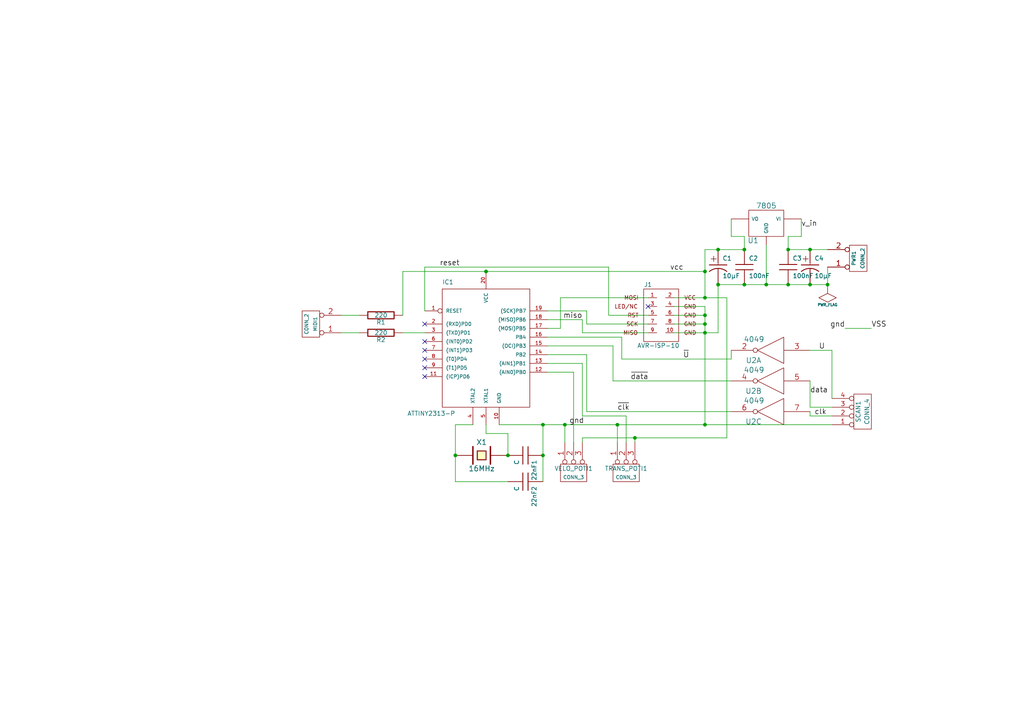
<source format=kicad_sch>
(kicad_sch (version 20250114) (generator "eeschema") (generator_version "9.0")
  (paper "A4")
  (title_block (date "30 sep 2011"))
  (lib_symbols
    (symbol "4049_1" (pin_names (offset 0.762))
      (property "Reference" "U" (at 4.953 2.921 0))
      (property "Value" "4049" (at 4.826 -3.175 0))
      (symbol "4049_1_0_0"
        (polyline (pts (xy -3.81 3.81) (xy -3.81 -3.81) (xy 3.81 0) (xy -3.81 3.81)))
        (pin power_in line (at -1.27 2.54 270) (length 0) (hide yes) (name "VCC") (number "1"))
        (pin power_in line (at -1.27 -2.54 90) (length 0) (hide yes) (name "VSS") (number "8"))
      )
      (symbol "4049_1_1_1"
        (pin input line (at -11.43 0 0) (length 7.62) (name "~") (number "3"))
        (pin output inverted (at 11.43 0 180) (length 7.62) (name "~") (number "2"))
      )
      (symbol "4049_1_1_2"
        (pin input inverted (at -11.43 0 0) (length 7.62) (name "~") (number "3"))
        (pin output line (at 11.43 0 180) (length 7.62) (name "~") (number "2"))
      )
      (symbol "4049_1_2_1"
        (pin input line (at -11.43 0 0) (length 7.62) (name "~") (number "5"))
        (pin output inverted (at 11.43 0 180) (length 7.62) (name "~") (number "4"))
      )
      (symbol "4049_1_2_2"
        (pin input inverted (at -11.43 0 0) (length 7.62) (name "~") (number "5"))
        (pin output line (at 11.43 0 180) (length 7.62) (name "~") (number "4"))
      )
      (symbol "4049_1_3_1"
        (pin input line (at -11.43 0 0) (length 7.62) (name "~") (number "7"))
        (pin output inverted (at 11.43 0 180) (length 7.62) (name "~") (number "6"))
      )
      (symbol "4049_1_3_2"
        (pin input inverted (at -11.43 0 0) (length 7.62) (name "~") (number "7"))
        (pin output line (at 11.43 0 180) (length 7.62) (name "~") (number "6"))
      )
      (symbol "4049_1_4_1"
        (pin input line (at -11.43 0 0) (length 7.62) (name "~") (number "9"))
        (pin output inverted (at 11.43 0 180) (length 7.62) (name "~") (number "10"))
      )
      (symbol "4049_1_4_2"
        (pin input inverted (at -11.43 0 0) (length 7.62) (name "~") (number "9"))
        (pin output line (at 11.43 0 180) (length 7.62) (name "~") (number "10"))
      )
      (symbol "4049_1_5_1"
        (pin input line (at -11.43 0 0) (length 7.62) (name "~") (number "11"))
        (pin output inverted (at 11.43 0 180) (length 7.62) (name "~") (number "12"))
      )
      (symbol "4049_1_5_2"
        (pin input inverted (at -11.43 0 0) (length 7.62) (name "~") (number "11"))
        (pin output line (at 11.43 0 180) (length 7.62) (name "~") (number "12"))
      )
      (symbol "4049_1_6_1"
        (pin input line (at -11.43 0 0) (length 7.62) (name "~") (number "14"))
        (pin output inverted (at 11.43 0 180) (length 7.62) (name "~") (number "15"))
      )
      (symbol "4049_1_6_2"
        (pin input inverted (at -11.43 0 0) (length 7.62) (name "~") (number "14"))
        (pin output line (at 11.43 0 180) (length 7.62) (name "~") (number "15"))
      )
    )
    (symbol "4049_2" (pin_names (offset 0.762))
      (property "Reference" "U" (at 4.953 2.921 0))
      (property "Value" "4049" (at 4.826 -3.175 0))
      (symbol "4049_2_0_0"
        (polyline (pts (xy -3.81 3.81) (xy -3.81 -3.81) (xy 3.81 0) (xy -3.81 3.81)))
        (pin power_in line (at -1.27 2.54 270) (length 0) (hide yes) (name "VCC") (number "1"))
        (pin power_in line (at -1.27 -2.54 90) (length 0) (hide yes) (name "VSS") (number "8"))
      )
      (symbol "4049_2_1_1"
        (pin input line (at -11.43 0 0) (length 7.62) (name "~") (number "3"))
        (pin output inverted (at 11.43 0 180) (length 7.62) (name "~") (number "2"))
      )
      (symbol "4049_2_1_2"
        (pin input inverted (at -11.43 0 0) (length 7.62) (name "~") (number "3"))
        (pin output line (at 11.43 0 180) (length 7.62) (name "~") (number "2"))
      )
      (symbol "4049_2_2_1"
        (pin input line (at -11.43 0 0) (length 7.62) (name "~") (number "5"))
        (pin output inverted (at 11.43 0 180) (length 7.62) (name "~") (number "4"))
      )
      (symbol "4049_2_2_2"
        (pin input inverted (at -11.43 0 0) (length 7.62) (name "~") (number "5"))
        (pin output line (at 11.43 0 180) (length 7.62) (name "~") (number "4"))
      )
      (symbol "4049_2_3_1"
        (pin input line (at -11.43 0 0) (length 7.62) (name "~") (number "7"))
        (pin output inverted (at 11.43 0 180) (length 7.62) (name "~") (number "6"))
      )
      (symbol "4049_2_3_2"
        (pin input inverted (at -11.43 0 0) (length 7.62) (name "~") (number "7"))
        (pin output line (at 11.43 0 180) (length 7.62) (name "~") (number "6"))
      )
      (symbol "4049_2_4_1"
        (pin input line (at -11.43 0 0) (length 7.62) (name "~") (number "9"))
        (pin output inverted (at 11.43 0 180) (length 7.62) (name "~") (number "10"))
      )
      (symbol "4049_2_4_2"
        (pin input inverted (at -11.43 0 0) (length 7.62) (name "~") (number "9"))
        (pin output line (at 11.43 0 180) (length 7.62) (name "~") (number "10"))
      )
      (symbol "4049_2_5_1"
        (pin input line (at -11.43 0 0) (length 7.62) (name "~") (number "11"))
        (pin output inverted (at 11.43 0 180) (length 7.62) (name "~") (number "12"))
      )
      (symbol "4049_2_5_2"
        (pin input inverted (at -11.43 0 0) (length 7.62) (name "~") (number "11"))
        (pin output line (at 11.43 0 180) (length 7.62) (name "~") (number "12"))
      )
      (symbol "4049_2_6_1"
        (pin input line (at -11.43 0 0) (length 7.62) (name "~") (number "14"))
        (pin output inverted (at 11.43 0 180) (length 7.62) (name "~") (number "15"))
      )
      (symbol "4049_2_6_2"
        (pin input inverted (at -11.43 0 0) (length 7.62) (name "~") (number "14"))
        (pin output line (at 11.43 0 180) (length 7.62) (name "~") (number "15"))
      )
    )
    (symbol "4049_3" (pin_names (offset 0.762))
      (property "Reference" "U" (at 4.953 2.921 0))
      (property "Value" "4049" (at 4.826 -3.175 0))
      (symbol "4049_3_0_0"
        (polyline (pts (xy -3.81 3.81) (xy -3.81 -3.81) (xy 3.81 0) (xy -3.81 3.81)))
        (pin power_in line (at -1.27 2.54 270) (length 0) (hide yes) (name "VCC") (number "1"))
        (pin power_in line (at -1.27 -2.54 90) (length 0) (hide yes) (name "VSS") (number "8"))
      )
      (symbol "4049_3_1_1"
        (pin input line (at -11.43 0 0) (length 7.62) (name "~") (number "3"))
        (pin output inverted (at 11.43 0 180) (length 7.62) (name "~") (number "2"))
      )
      (symbol "4049_3_1_2"
        (pin input inverted (at -11.43 0 0) (length 7.62) (name "~") (number "3"))
        (pin output line (at 11.43 0 180) (length 7.62) (name "~") (number "2"))
      )
      (symbol "4049_3_2_1"
        (pin input line (at -11.43 0 0) (length 7.62) (name "~") (number "5"))
        (pin output inverted (at 11.43 0 180) (length 7.62) (name "~") (number "4"))
      )
      (symbol "4049_3_2_2"
        (pin input inverted (at -11.43 0 0) (length 7.62) (name "~") (number "5"))
        (pin output line (at 11.43 0 180) (length 7.62) (name "~") (number "4"))
      )
      (symbol "4049_3_3_1"
        (pin input line (at -11.43 0 0) (length 7.62) (name "~") (number "7"))
        (pin output inverted (at 11.43 0 180) (length 7.62) (name "~") (number "6"))
      )
      (symbol "4049_3_3_2"
        (pin input inverted (at -11.43 0 0) (length 7.62) (name "~") (number "7"))
        (pin output line (at 11.43 0 180) (length 7.62) (name "~") (number "6"))
      )
      (symbol "4049_3_4_1"
        (pin input line (at -11.43 0 0) (length 7.62) (name "~") (number "9"))
        (pin output inverted (at 11.43 0 180) (length 7.62) (name "~") (number "10"))
      )
      (symbol "4049_3_4_2"
        (pin input inverted (at -11.43 0 0) (length 7.62) (name "~") (number "9"))
        (pin output line (at 11.43 0 180) (length 7.62) (name "~") (number "10"))
      )
      (symbol "4049_3_5_1"
        (pin input line (at -11.43 0 0) (length 7.62) (name "~") (number "11"))
        (pin output inverted (at 11.43 0 180) (length 7.62) (name "~") (number "12"))
      )
      (symbol "4049_3_5_2"
        (pin input inverted (at -11.43 0 0) (length 7.62) (name "~") (number "11"))
        (pin output line (at 11.43 0 180) (length 7.62) (name "~") (number "12"))
      )
      (symbol "4049_3_6_1"
        (pin input line (at -11.43 0 0) (length 7.62) (name "~") (number "14"))
        (pin output inverted (at 11.43 0 180) (length 7.62) (name "~") (number "15"))
      )
      (symbol "4049_3_6_2"
        (pin input inverted (at -11.43 0 0) (length 7.62) (name "~") (number "14"))
        (pin output line (at 11.43 0 180) (length 7.62) (name "~") (number "15"))
      )
    )
    (symbol "4049_4" (pin_names (offset 0.762))
      (property "Reference" "U" (at 4.953 2.921 0))
      (property "Value" "4049" (at 4.826 -3.175 0))
      (symbol "4049_4_0_0"
        (polyline (pts (xy -3.81 3.81) (xy -3.81 -3.81) (xy 3.81 0) (xy -3.81 3.81)))
        (pin power_in line (at -1.27 2.54 270) (length 0) (hide yes) (name "VCC") (number "1"))
        (pin power_in line (at -1.27 -2.54 90) (length 0) (hide yes) (name "VSS") (number "8"))
      )
      (symbol "4049_4_1_1"
        (pin input line (at -11.43 0 0) (length 7.62) (name "~") (number "3"))
        (pin output inverted (at 11.43 0 180) (length 7.62) (name "~") (number "2"))
      )
      (symbol "4049_4_1_2"
        (pin input inverted (at -11.43 0 0) (length 7.62) (name "~") (number "3"))
        (pin output line (at 11.43 0 180) (length 7.62) (name "~") (number "2"))
      )
      (symbol "4049_4_2_1"
        (pin input line (at -11.43 0 0) (length 7.62) (name "~") (number "5"))
        (pin output inverted (at 11.43 0 180) (length 7.62) (name "~") (number "4"))
      )
      (symbol "4049_4_2_2"
        (pin input inverted (at -11.43 0 0) (length 7.62) (name "~") (number "5"))
        (pin output line (at 11.43 0 180) (length 7.62) (name "~") (number "4"))
      )
      (symbol "4049_4_3_1"
        (pin input line (at -11.43 0 0) (length 7.62) (name "~") (number "7"))
        (pin output inverted (at 11.43 0 180) (length 7.62) (name "~") (number "6"))
      )
      (symbol "4049_4_3_2"
        (pin input inverted (at -11.43 0 0) (length 7.62) (name "~") (number "7"))
        (pin output line (at 11.43 0 180) (length 7.62) (name "~") (number "6"))
      )
      (symbol "4049_4_4_1"
        (pin input line (at -11.43 0 0) (length 7.62) (name "~") (number "9"))
        (pin output inverted (at 11.43 0 180) (length 7.62) (name "~") (number "10"))
      )
      (symbol "4049_4_4_2"
        (pin input inverted (at -11.43 0 0) (length 7.62) (name "~") (number "9"))
        (pin output line (at 11.43 0 180) (length 7.62) (name "~") (number "10"))
      )
      (symbol "4049_4_5_1"
        (pin input line (at -11.43 0 0) (length 7.62) (name "~") (number "11"))
        (pin output inverted (at 11.43 0 180) (length 7.62) (name "~") (number "12"))
      )
      (symbol "4049_4_5_2"
        (pin input inverted (at -11.43 0 0) (length 7.62) (name "~") (number "11"))
        (pin output line (at 11.43 0 180) (length 7.62) (name "~") (number "12"))
      )
      (symbol "4049_4_6_1"
        (pin input line (at -11.43 0 0) (length 7.62) (name "~") (number "14"))
        (pin output inverted (at 11.43 0 180) (length 7.62) (name "~") (number "15"))
      )
      (symbol "4049_4_6_2"
        (pin input inverted (at -11.43 0 0) (length 7.62) (name "~") (number "14"))
        (pin output line (at 11.43 0 180) (length 7.62) (name "~") (number "15"))
      )
    )
    (symbol "4049_5" (pin_names (offset 0.762))
      (property "Reference" "U" (at 4.953 2.921 0))
      (property "Value" "4049" (at 4.826 -3.175 0))
      (symbol "4049_5_0_0"
        (polyline (pts (xy -3.81 3.81) (xy -3.81 -3.81) (xy 3.81 0) (xy -3.81 3.81)))
        (pin power_in line (at -1.27 2.54 270) (length 0) (hide yes) (name "VCC") (number "1"))
        (pin power_in line (at -1.27 -2.54 90) (length 0) (hide yes) (name "VSS") (number "8"))
      )
      (symbol "4049_5_1_1"
        (pin input line (at -11.43 0 0) (length 7.62) (name "~") (number "3"))
        (pin output inverted (at 11.43 0 180) (length 7.62) (name "~") (number "2"))
      )
      (symbol "4049_5_1_2"
        (pin input inverted (at -11.43 0 0) (length 7.62) (name "~") (number "3"))
        (pin output line (at 11.43 0 180) (length 7.62) (name "~") (number "2"))
      )
      (symbol "4049_5_2_1"
        (pin input line (at -11.43 0 0) (length 7.62) (name "~") (number "5"))
        (pin output inverted (at 11.43 0 180) (length 7.62) (name "~") (number "4"))
      )
      (symbol "4049_5_2_2"
        (pin input inverted (at -11.43 0 0) (length 7.62) (name "~") (number "5"))
        (pin output line (at 11.43 0 180) (length 7.62) (name "~") (number "4"))
      )
      (symbol "4049_5_3_1"
        (pin input line (at -11.43 0 0) (length 7.62) (name "~") (number "7"))
        (pin output inverted (at 11.43 0 180) (length 7.62) (name "~") (number "6"))
      )
      (symbol "4049_5_3_2"
        (pin input inverted (at -11.43 0 0) (length 7.62) (name "~") (number "7"))
        (pin output line (at 11.43 0 180) (length 7.62) (name "~") (number "6"))
      )
      (symbol "4049_5_4_1"
        (pin input line (at -11.43 0 0) (length 7.62) (name "~") (number "9"))
        (pin output inverted (at 11.43 0 180) (length 7.62) (name "~") (number "10"))
      )
      (symbol "4049_5_4_2"
        (pin input inverted (at -11.43 0 0) (length 7.62) (name "~") (number "9"))
        (pin output line (at 11.43 0 180) (length 7.62) (name "~") (number "10"))
      )
      (symbol "4049_5_5_1"
        (pin input line (at -11.43 0 0) (length 7.62) (name "~") (number "11"))
        (pin output inverted (at 11.43 0 180) (length 7.62) (name "~") (number "12"))
      )
      (symbol "4049_5_5_2"
        (pin input inverted (at -11.43 0 0) (length 7.62) (name "~") (number "11"))
        (pin output line (at 11.43 0 180) (length 7.62) (name "~") (number "12"))
      )
      (symbol "4049_5_6_1"
        (pin input line (at -11.43 0 0) (length 7.62) (name "~") (number "14"))
        (pin output inverted (at 11.43 0 180) (length 7.62) (name "~") (number "15"))
      )
      (symbol "4049_5_6_2"
        (pin input inverted (at -11.43 0 0) (length 7.62) (name "~") (number "14"))
        (pin output line (at 11.43 0 180) (length 7.62) (name "~") (number "15"))
      )
    )
    (symbol "4049_6" (pin_names (offset 0.762))
      (property "Reference" "U" (at 4.953 2.921 0))
      (property "Value" "4049" (at 4.826 -3.175 0))
      (symbol "4049_6_0_0"
        (polyline (pts (xy -3.81 3.81) (xy -3.81 -3.81) (xy 3.81 0) (xy -3.81 3.81)))
        (pin power_in line (at -1.27 2.54 270) (length 0) (hide yes) (name "VCC") (number "1"))
        (pin power_in line (at -1.27 -2.54 90) (length 0) (hide yes) (name "VSS") (number "8"))
      )
      (symbol "4049_6_1_1"
        (pin input line (at -11.43 0 0) (length 7.62) (name "~") (number "3"))
        (pin output inverted (at 11.43 0 180) (length 7.62) (name "~") (number "2"))
      )
      (symbol "4049_6_1_2"
        (pin input inverted (at -11.43 0 0) (length 7.62) (name "~") (number "3"))
        (pin output line (at 11.43 0 180) (length 7.62) (name "~") (number "2"))
      )
      (symbol "4049_6_2_1"
        (pin input line (at -11.43 0 0) (length 7.62) (name "~") (number "5"))
        (pin output inverted (at 11.43 0 180) (length 7.62) (name "~") (number "4"))
      )
      (symbol "4049_6_2_2"
        (pin input inverted (at -11.43 0 0) (length 7.62) (name "~") (number "5"))
        (pin output line (at 11.43 0 180) (length 7.62) (name "~") (number "4"))
      )
      (symbol "4049_6_3_1"
        (pin input line (at -11.43 0 0) (length 7.62) (name "~") (number "7"))
        (pin output inverted (at 11.43 0 180) (length 7.62) (name "~") (number "6"))
      )
      (symbol "4049_6_3_2"
        (pin input inverted (at -11.43 0 0) (length 7.62) (name "~") (number "7"))
        (pin output line (at 11.43 0 180) (length 7.62) (name "~") (number "6"))
      )
      (symbol "4049_6_4_1"
        (pin input line (at -11.43 0 0) (length 7.62) (name "~") (number "9"))
        (pin output inverted (at 11.43 0 180) (length 7.62) (name "~") (number "10"))
      )
      (symbol "4049_6_4_2"
        (pin input inverted (at -11.43 0 0) (length 7.62) (name "~") (number "9"))
        (pin output line (at 11.43 0 180) (length 7.62) (name "~") (number "10"))
      )
      (symbol "4049_6_5_1"
        (pin input line (at -11.43 0 0) (length 7.62) (name "~") (number "11"))
        (pin output inverted (at 11.43 0 180) (length 7.62) (name "~") (number "12"))
      )
      (symbol "4049_6_5_2"
        (pin input inverted (at -11.43 0 0) (length 7.62) (name "~") (number "11"))
        (pin output line (at 11.43 0 180) (length 7.62) (name "~") (number "12"))
      )
      (symbol "4049_6_6_1"
        (pin input line (at -11.43 0 0) (length 7.62) (name "~") (number "14"))
        (pin output inverted (at 11.43 0 180) (length 7.62) (name "~") (number "15"))
      )
      (symbol "4049_6_6_2"
        (pin input inverted (at -11.43 0 0) (length 7.62) (name "~") (number "14"))
        (pin output line (at 11.43 0 180) (length 7.62) (name "~") (number "15"))
      )
    )
    (symbol "7805_1" (pin_numbers (hide yes)) (pin_names (offset 0.762))
      (property "Reference" "U" (at 3.81 -4.9784 0))
      (property "Value" "7805" (at 0 5.08 0))
      (symbol "7805_1_0_1"
        (rectangle (start -5.08 -3.81) (end 5.08 3.81))
      )
      (symbol "7805_1_1_1"
        (pin input line (at -10.16 1.27 0) (length 5.08) (name "VI") (number "VI"))
        (pin input line (at 0 -6.35 90) (length 2.54) (name "GND") (number "GND"))
        (pin power_out line (at 10.16 1.27 180) (length 5.08) (name "VO") (number "VO"))
      )
    )
    (symbol "7805_2" (pin_numbers (hide yes)) (pin_names (offset 0.762))
      (property "Reference" "U" (at 3.81 -4.9784 0))
      (property "Value" "7805" (at 0 5.08 0))
      (symbol "7805_2_0_1"
        (rectangle (start -5.08 -3.81) (end 5.08 3.81))
      )
      (symbol "7805_2_1_1"
        (pin input line (at -10.16 1.27 0) (length 5.08) (name "VI") (number "VI"))
        (pin input line (at 0 -6.35 90) (length 2.54) (name "GND") (number "GND"))
        (pin power_out line (at 10.16 1.27 180) (length 5.08) (name "VO") (number "VO"))
      )
    )
    (symbol "ATTINY2313-P_1" (pin_names (offset 1.016))
      (property "Reference" "IC" (at -12.7 27.94 0))
      (property "Value" "ATTINY2313-P" (at -22.86 -10.16 0))
      (symbol "ATTINY2313-P_1_0_1"
        (polyline (pts (xy -12.7 26.67) (xy 12.7 26.67) (xy 12.7 26.67)))
        (polyline (pts (xy -12.7 26.67) (xy -12.7 -7.62) (xy 12.7 -7.62) (xy 12.7 26.67) (xy 12.7 26.67) (xy 12.7 26.67)))
      )
      (symbol "ATTINY2313-P_1_1_1"
        (pin bidirectional inverted (at -17.78 20.32 0) (length 5.08) (name "RESET") (number "1"))
        (pin bidirectional line (at -17.78 16.51 0) (length 5.08) (name "(RXD)PD0") (number "2"))
        (pin bidirectional line (at -17.78 13.97 0) (length 5.08) (name "(TXD)PD1") (number "3"))
        (pin bidirectional line (at -17.78 11.43 0) (length 5.08) (name "(INT0)PD2") (number "6"))
        (pin bidirectional line (at -17.78 8.89 0) (length 5.08) (name "(INT1)PD3") (number "7"))
        (pin bidirectional line (at -17.78 6.35 0) (length 5.08) (name "(T0)PD4") (number "8"))
        (pin bidirectional line (at -17.78 3.81 0) (length 5.08) (name "(T1)PD5") (number "9"))
        (pin bidirectional line (at -17.78 1.27 0) (length 5.08) (name "(ICP)PD6") (number "11"))
        (pin bidirectional line (at -3.81 -12.7 90) (length 5.08) (name "XTAL2") (number "4"))
        (pin power_in line (at 0 31.75 270) (length 5.08) (name "VCC") (number "20"))
        (pin bidirectional line (at 0 -12.7 90) (length 5.08) (name "XTAL1") (number "5"))
        (pin power_in line (at 3.81 -12.7 90) (length 5.08) (name "GND") (number "10"))
        (pin bidirectional line (at 17.78 20.32 180) (length 5.08) (name "(SCK)PB7") (number "19"))
        (pin bidirectional line (at 17.78 17.78 180) (length 5.08) (name "(MISO)PB6") (number "18"))
        (pin bidirectional line (at 17.78 15.24 180) (length 5.08) (name "(MOSI)PB5") (number "17"))
        (pin bidirectional line (at 17.78 12.7 180) (length 5.08) (name "PB4") (number "16"))
        (pin bidirectional line (at 17.78 10.16 180) (length 5.08) (name "(OCI)PB3") (number "15"))
        (pin bidirectional line (at 17.78 7.62 180) (length 5.08) (name "PB2") (number "14"))
        (pin bidirectional line (at 17.78 5.08 180) (length 5.08) (name "(AIN1)PB1") (number "13"))
        (pin bidirectional line (at 17.78 2.54 180) (length 5.08) (name "(AIN0)PB0") (number "12"))
      )
    )
    (symbol "ATTINY2313-P_2" (pin_names (offset 1.016))
      (property "Reference" "IC" (at -12.7 27.94 0))
      (property "Value" "ATTINY2313-P" (at -22.86 -10.16 0))
      (symbol "ATTINY2313-P_2_0_1"
        (polyline (pts (xy -12.7 26.67) (xy 12.7 26.67) (xy 12.7 26.67)))
        (polyline (pts (xy -12.7 26.67) (xy -12.7 -7.62) (xy 12.7 -7.62) (xy 12.7 26.67) (xy 12.7 26.67) (xy 12.7 26.67)))
      )
      (symbol "ATTINY2313-P_2_1_1"
        (pin bidirectional inverted (at -17.78 20.32 0) (length 5.08) (name "RESET") (number "1"))
        (pin bidirectional line (at -17.78 16.51 0) (length 5.08) (name "(RXD)PD0") (number "2"))
        (pin bidirectional line (at -17.78 13.97 0) (length 5.08) (name "(TXD)PD1") (number "3"))
        (pin bidirectional line (at -17.78 11.43 0) (length 5.08) (name "(INT0)PD2") (number "6"))
        (pin bidirectional line (at -17.78 8.89 0) (length 5.08) (name "(INT1)PD3") (number "7"))
        (pin bidirectional line (at -17.78 6.35 0) (length 5.08) (name "(T0)PD4") (number "8"))
        (pin bidirectional line (at -17.78 3.81 0) (length 5.08) (name "(T1)PD5") (number "9"))
        (pin bidirectional line (at -17.78 1.27 0) (length 5.08) (name "(ICP)PD6") (number "11"))
        (pin bidirectional line (at -3.81 -12.7 90) (length 5.08) (name "XTAL2") (number "4"))
        (pin power_in line (at 0 31.75 270) (length 5.08) (name "VCC") (number "20"))
        (pin bidirectional line (at 0 -12.7 90) (length 5.08) (name "XTAL1") (number "5"))
        (pin power_in line (at 3.81 -12.7 90) (length 5.08) (name "GND") (number "10"))
        (pin bidirectional line (at 17.78 20.32 180) (length 5.08) (name "(SCK)PB7") (number "19"))
        (pin bidirectional line (at 17.78 17.78 180) (length 5.08) (name "(MISO)PB6") (number "18"))
        (pin bidirectional line (at 17.78 15.24 180) (length 5.08) (name "(MOSI)PB5") (number "17"))
        (pin bidirectional line (at 17.78 12.7 180) (length 5.08) (name "PB4") (number "16"))
        (pin bidirectional line (at 17.78 10.16 180) (length 5.08) (name "(OCI)PB3") (number "15"))
        (pin bidirectional line (at 17.78 7.62 180) (length 5.08) (name "PB2") (number "14"))
        (pin bidirectional line (at 17.78 5.08 180) (length 5.08) (name "(AIN1)PB1") (number "13"))
        (pin bidirectional line (at 17.78 2.54 180) (length 5.08) (name "(AIN0)PB0") (number "12"))
      )
    )
    (symbol "AVR-ISP-10_1" (pin_names (offset 1.016))
      (property "Reference" "J" (at -3.81 8.89 0))
      (property "Value" "AVR-ISP-10" (at -6.985 -9.525 0))
      (symbol "AVR-ISP-10_1_0_0"
        (text "SCK" (at -8.382 -2.54 0) (effects (font (size 1.143 1.143))))
        (text "VCC" (at 8.382 5.08 0) (effects (font (size 1.143 1.143))))
      )
      (symbol "AVR-ISP-10_1_0_1"
        (rectangle (start -5.08 7.62) (end 5.08 -7.62))
      )
      (symbol "AVR-ISP-10_1_1_0"
        (text "LED/NC" (at -10.16 2.54 0) (effects (font (size 1.143 1.143))))
        (text "MISO" (at -8.89 -5.08 0) (effects (font (size 1.143 1.143))))
        (text "MOSI" (at -8.636 5.08 0) (effects (font (size 1.143 1.143))))
        (text "RST" (at -8.128 0 0) (effects (font (size 1.143 1.143))))
        (text "GND" (at 8.382 2.54 0) (effects (font (size 1.143 1.143))))
        (text "GND" (at 8.382 0 0) (effects (font (size 1.143 1.143))))
        (text "GND" (at 8.382 -2.54 0) (effects (font (size 1.143 1.143))))
        (text "GND" (at 8.382 -5.08 0) (effects (font (size 1.143 1.143))))
      )
      (symbol "AVR-ISP-10_1_1_1"
        (pin passive line (at -3.81 5.08 0) (length 2.54) (name "~") (number "1"))
        (pin passive line (at -3.81 2.54 0) (length 2.54) (name "~") (number "3"))
        (pin passive line (at -3.81 0 0) (length 2.54) (name "~") (number "5"))
        (pin passive line (at -3.81 -2.54 0) (length 2.54) (name "~") (number "7"))
        (pin passive line (at -3.81 -5.08 0) (length 2.54) (name "~") (number "9"))
        (pin passive line (at 3.81 5.08 180) (length 2.54) (name "~") (number "2"))
        (pin passive line (at 3.81 2.54 180) (length 2.54) (name "~") (number "4"))
        (pin passive line (at 3.81 0 180) (length 2.54) (name "~") (number "6"))
        (pin passive line (at 3.81 -2.54 180) (length 2.54) (name "~") (number "8"))
        (pin passive line (at 3.81 -5.08 180) (length 2.54) (name "~") (number "10"))
      )
    )
    (symbol "AVR-ISP-10_2" (pin_names (offset 1.016))
      (property "Reference" "J" (at -3.81 8.89 0))
      (property "Value" "AVR-ISP-10" (at -6.985 -9.525 0))
      (symbol "AVR-ISP-10_2_0_0"
        (text "SCK" (at -8.382 -2.54 0) (effects (font (size 1.143 1.143))))
        (text "VCC" (at 8.382 5.08 0) (effects (font (size 1.143 1.143))))
      )
      (symbol "AVR-ISP-10_2_0_1"
        (rectangle (start -5.08 7.62) (end 5.08 -7.62))
      )
      (symbol "AVR-ISP-10_2_1_0"
        (text "LED/NC" (at -10.16 2.54 0) (effects (font (size 1.143 1.143))))
        (text "MISO" (at -8.89 -5.08 0) (effects (font (size 1.143 1.143))))
        (text "MOSI" (at -8.636 5.08 0) (effects (font (size 1.143 1.143))))
        (text "RST" (at -8.128 0 0) (effects (font (size 1.143 1.143))))
        (text "GND" (at 8.382 2.54 0) (effects (font (size 1.143 1.143))))
        (text "GND" (at 8.382 0 0) (effects (font (size 1.143 1.143))))
        (text "GND" (at 8.382 -2.54 0) (effects (font (size 1.143 1.143))))
        (text "GND" (at 8.382 -5.08 0) (effects (font (size 1.143 1.143))))
      )
      (symbol "AVR-ISP-10_2_1_1"
        (pin passive line (at -3.81 5.08 0) (length 2.54) (name "~") (number "1"))
        (pin passive line (at -3.81 2.54 0) (length 2.54) (name "~") (number "3"))
        (pin passive line (at -3.81 0 0) (length 2.54) (name "~") (number "5"))
        (pin passive line (at -3.81 -2.54 0) (length 2.54) (name "~") (number "7"))
        (pin passive line (at -3.81 -5.08 0) (length 2.54) (name "~") (number "9"))
        (pin passive line (at 3.81 5.08 180) (length 2.54) (name "~") (number "2"))
        (pin passive line (at 3.81 2.54 180) (length 2.54) (name "~") (number "4"))
        (pin passive line (at 3.81 0 180) (length 2.54) (name "~") (number "6"))
        (pin passive line (at 3.81 -2.54 180) (length 2.54) (name "~") (number "8"))
        (pin passive line (at 3.81 -5.08 180) (length 2.54) (name "~") (number "10"))
      )
    )
    (symbol "CONN_2_1" (pin_names (offset 1.016) (hide yes))
      (property "Reference" "P" (at -1.27 0 90))
      (property "Value" "CONN_2" (at 1.27 0 90))
      (symbol "CONN_2_1_0_1"
        (rectangle (start -2.54 3.81) (end 2.54 -3.81))
      )
      (symbol "CONN_2_1_1_1"
        (pin passive inverted (at -8.89 2.54 0) (length 6.35) (name "P1") (number "1"))
        (pin passive inverted (at -8.89 -2.54 0) (length 6.35) (name "PM") (number "2"))
      )
    )
    (symbol "CONN_2_2" (pin_names (offset 1.016) (hide yes))
      (property "Reference" "P" (at -1.27 0 90))
      (property "Value" "CONN_2" (at 1.27 0 90))
      (symbol "CONN_2_2_0_1"
        (rectangle (start -2.54 3.81) (end 2.54 -3.81))
      )
      (symbol "CONN_2_2_1_1"
        (pin passive inverted (at -8.89 2.54 0) (length 6.35) (name "P1") (number "1"))
        (pin passive inverted (at -8.89 -2.54 0) (length 6.35) (name "PM") (number "2"))
      )
    )
    (symbol "CONN_2_3" (pin_names (offset 1.016) (hide yes))
      (property "Reference" "P" (at -1.27 0 90))
      (property "Value" "CONN_2" (at 1.27 0 90))
      (symbol "CONN_2_3_0_1"
        (rectangle (start -2.54 3.81) (end 2.54 -3.81))
      )
      (symbol "CONN_2_3_1_1"
        (pin passive inverted (at -8.89 2.54 0) (length 6.35) (name "P1") (number "1"))
        (pin passive inverted (at -8.89 -2.54 0) (length 6.35) (name "PM") (number "2"))
      )
    )
    (symbol "CONN_2_4" (pin_names (offset 1.016) (hide yes))
      (property "Reference" "P" (at -1.27 0 90))
      (property "Value" "CONN_2" (at 1.27 0 90))
      (symbol "CONN_2_4_0_1"
        (rectangle (start -2.54 3.81) (end 2.54 -3.81))
      )
      (symbol "CONN_2_4_1_1"
        (pin passive inverted (at -8.89 2.54 0) (length 6.35) (name "P1") (number "1"))
        (pin passive inverted (at -8.89 -2.54 0) (length 6.35) (name "PM") (number "2"))
      )
    )
    (symbol "CONN_3_1" (pin_names (offset 1.016) (hide yes))
      (property "Reference" "K" (at -1.27 0 90))
      (property "Value" "CONN_3" (at 1.27 0 90))
      (symbol "CONN_3_1_0_1"
        (rectangle (start -2.54 3.81) (end 2.54 -3.81))
      )
      (symbol "CONN_3_1_1_1"
        (pin passive inverted (at -8.89 2.54 0) (length 6.35) (name "P1") (number "1"))
        (pin passive inverted (at -8.89 0 0) (length 6.35) (name "PM") (number "2"))
        (pin passive inverted (at -8.89 -2.54 0) (length 6.35) (name "P3") (number "3"))
      )
    )
    (symbol "CONN_3_2" (pin_names (offset 1.016) (hide yes))
      (property "Reference" "K" (at -1.27 0 90))
      (property "Value" "CONN_3" (at 1.27 0 90))
      (symbol "CONN_3_2_0_1"
        (rectangle (start -2.54 3.81) (end 2.54 -3.81))
      )
      (symbol "CONN_3_2_1_1"
        (pin passive inverted (at -8.89 2.54 0) (length 6.35) (name "P1") (number "1"))
        (pin passive inverted (at -8.89 0 0) (length 6.35) (name "PM") (number "2"))
        (pin passive inverted (at -8.89 -2.54 0) (length 6.35) (name "P3") (number "3"))
      )
    )
    (symbol "CONN_3_3" (pin_names (offset 1.016) (hide yes))
      (property "Reference" "K" (at -1.27 0 90))
      (property "Value" "CONN_3" (at 1.27 0 90))
      (symbol "CONN_3_3_0_1"
        (rectangle (start -2.54 3.81) (end 2.54 -3.81))
      )
      (symbol "CONN_3_3_1_1"
        (pin passive inverted (at -8.89 2.54 0) (length 6.35) (name "P1") (number "1"))
        (pin passive inverted (at -8.89 0 0) (length 6.35) (name "PM") (number "2"))
        (pin passive inverted (at -8.89 -2.54 0) (length 6.35) (name "P3") (number "3"))
      )
    )
    (symbol "CONN_3_4" (pin_names (offset 1.016) (hide yes))
      (property "Reference" "K" (at -1.27 0 90))
      (property "Value" "CONN_3" (at 1.27 0 90))
      (symbol "CONN_3_4_0_1"
        (rectangle (start -2.54 3.81) (end 2.54 -3.81))
      )
      (symbol "CONN_3_4_1_1"
        (pin passive inverted (at -8.89 2.54 0) (length 6.35) (name "P1") (number "1"))
        (pin passive inverted (at -8.89 0 0) (length 6.35) (name "PM") (number "2"))
        (pin passive inverted (at -8.89 -2.54 0) (length 6.35) (name "P3") (number "3"))
      )
    )
    (symbol "CONN_4_1" (pin_names (offset 1.016) (hide yes))
      (property "Reference" "P" (at -1.27 0 90))
      (property "Value" "CONN_4" (at 1.27 0 90))
      (symbol "CONN_4_1_0_1"
        (rectangle (start -2.54 5.08) (end 2.54 -5.08))
      )
      (symbol "CONN_4_1_1_1"
        (pin passive inverted (at -8.89 3.81 0) (length 6.35) (name "P1") (number "1"))
        (pin passive inverted (at -8.89 1.27 0) (length 6.35) (name "P2") (number "2"))
        (pin passive inverted (at -8.89 -1.27 0) (length 6.35) (name "P3") (number "3"))
        (pin passive inverted (at -8.89 -3.81 0) (length 6.35) (name "P4") (number "4"))
      )
    )
    (symbol "CONN_4_2" (pin_names (offset 1.016) (hide yes))
      (property "Reference" "P" (at -1.27 0 90))
      (property "Value" "CONN_4" (at 1.27 0 90))
      (symbol "CONN_4_2_0_1"
        (rectangle (start -2.54 5.08) (end 2.54 -5.08))
      )
      (symbol "CONN_4_2_1_1"
        (pin passive inverted (at -8.89 3.81 0) (length 6.35) (name "P1") (number "1"))
        (pin passive inverted (at -8.89 1.27 0) (length 6.35) (name "P2") (number "2"))
        (pin passive inverted (at -8.89 -1.27 0) (length 6.35) (name "P3") (number "3"))
        (pin passive inverted (at -8.89 -3.81 0) (length 6.35) (name "P4") (number "4"))
      )
    )
    (symbol "CP1_1" (pin_numbers (hide yes)) (pin_names (offset 0.254) (hide yes))
      (property "Reference" "C" (at 1.27 2.54 0))
      (property "Value" "CP1" (at 1.27 -2.54 0))
      (symbol "CP1_1_0_0"
        (text "+" (at -1.27 2.54 0) (effects (font (size 2.032 2.032))))
      )
      (symbol "CP1_1_0_1"
        (polyline (pts (xy 0 1.27) (xy 0 0.762) (xy 0 0.762)))
        (arc (start -2.54 -1.27) (mid 0 -0.379) (end 2.54 -1.27) (stroke (width 0.254)))
        (polyline (pts (xy 2.54 0.635) (xy -2.54 0.635) (xy -2.54 0.635)) (stroke (width 0.254)))
      )
      (symbol "CP1_1_1_1"
        (pin passive line (at 0 5.08 270) (length 3.81) (name "~") (number "1"))
        (pin passive line (at 0 -5.08 90) (length 4.572) (name "~") (number "2"))
      )
    )
    (symbol "CP1_2" (pin_numbers (hide yes)) (pin_names (offset 0.254) (hide yes))
      (property "Reference" "C" (at 1.27 2.54 0))
      (property "Value" "CP1" (at 1.27 -2.54 0))
      (symbol "CP1_2_0_0"
        (text "+" (at -1.27 2.54 0) (effects (font (size 2.032 2.032))))
      )
      (symbol "CP1_2_0_1"
        (polyline (pts (xy 0 1.27) (xy 0 0.762) (xy 0 0.762)))
        (arc (start -2.54 -1.27) (mid 0 -0.379) (end 2.54 -1.27) (stroke (width 0.254)))
        (polyline (pts (xy 2.54 0.635) (xy -2.54 0.635) (xy -2.54 0.635)) (stroke (width 0.254)))
      )
      (symbol "CP1_2_1_1"
        (pin passive line (at 0 5.08 270) (length 3.81) (name "~") (number "1"))
        (pin passive line (at 0 -5.08 90) (length 4.572) (name "~") (number "2"))
      )
    )
    (symbol "CP1_3" (pin_numbers (hide yes)) (pin_names (offset 0.254) (hide yes))
      (property "Reference" "C" (at 1.27 2.54 0))
      (property "Value" "CP1" (at 1.27 -2.54 0))
      (symbol "CP1_3_0_0"
        (text "+" (at -1.27 2.54 0) (effects (font (size 2.032 2.032))))
      )
      (symbol "CP1_3_0_1"
        (polyline (pts (xy 0 1.27) (xy 0 0.762) (xy 0 0.762)))
        (arc (start -2.54 -1.27) (mid 0 -0.379) (end 2.54 -1.27) (stroke (width 0.254)))
        (polyline (pts (xy 2.54 0.635) (xy -2.54 0.635) (xy -2.54 0.635)) (stroke (width 0.254)))
      )
      (symbol "CP1_3_1_1"
        (pin passive line (at 0 5.08 270) (length 3.81) (name "~") (number "1"))
        (pin passive line (at 0 -5.08 90) (length 4.572) (name "~") (number "2"))
      )
    )
    (symbol "CP1_4" (pin_numbers (hide yes)) (pin_names (offset 0.254) (hide yes))
      (property "Reference" "C" (at 1.27 2.54 0))
      (property "Value" "CP1" (at 1.27 -2.54 0))
      (symbol "CP1_4_0_0"
        (text "+" (at -1.27 2.54 0) (effects (font (size 2.032 2.032))))
      )
      (symbol "CP1_4_0_1"
        (polyline (pts (xy 0 1.27) (xy 0 0.762) (xy 0 0.762)))
        (arc (start -2.54 -1.27) (mid 0 -0.379) (end 2.54 -1.27) (stroke (width 0.254)))
        (polyline (pts (xy 2.54 0.635) (xy -2.54 0.635) (xy -2.54 0.635)) (stroke (width 0.254)))
      )
      (symbol "CP1_4_1_1"
        (pin passive line (at 0 5.08 270) (length 3.81) (name "~") (number "1"))
        (pin passive line (at 0 -5.08 90) (length 4.572) (name "~") (number "2"))
      )
    )
    (symbol "CRYSTAL_1" (pin_numbers (hide yes)) (pin_names (offset 1.016) (hide yes))
      (property "Reference" "X" (at 0 3.81 0))
      (property "Value" "CRYSTAL" (at 0 -3.81 0))
      (symbol "CRYSTAL_1_0_1"
        (polyline (pts (xy -2.54 2.54) (xy -2.54 -2.54)) (stroke (width 0.4064)))
        (polyline (pts (xy -1.27 1.27) (xy 1.27 1.27) (xy 1.27 -1.27) (xy -1.27 -1.27) (xy -1.27 1.27)) (stroke (width 0.3048)) (fill (type background)))
        (polyline (pts (xy 2.54 2.54) (xy 2.54 -2.54)) (stroke (width 0.4064)))
      )
      (symbol "CRYSTAL_1_1_1"
        (pin passive line (at -7.62 0 0) (length 5.08) (name "1") (number "1"))
        (pin passive line (at 7.62 0 180) (length 5.08) (name "2") (number "2"))
      )
    )
    (symbol "CRYSTAL_2" (pin_numbers (hide yes)) (pin_names (offset 1.016) (hide yes))
      (property "Reference" "X" (at 0 3.81 0))
      (property "Value" "CRYSTAL" (at 0 -3.81 0))
      (symbol "CRYSTAL_2_0_1"
        (polyline (pts (xy -2.54 2.54) (xy -2.54 -2.54)) (stroke (width 0.4064)))
        (polyline (pts (xy -1.27 1.27) (xy 1.27 1.27) (xy 1.27 -1.27) (xy -1.27 -1.27) (xy -1.27 1.27)) (stroke (width 0.3048)) (fill (type background)))
        (polyline (pts (xy 2.54 2.54) (xy 2.54 -2.54)) (stroke (width 0.4064)))
      )
      (symbol "CRYSTAL_2_1_1"
        (pin passive line (at -7.62 0 0) (length 5.08) (name "1") (number "1"))
        (pin passive line (at 7.62 0 180) (length 5.08) (name "2") (number "2"))
      )
    )
    (symbol "C_1" (pin_numbers (hide yes)) (pin_names (offset 0.254))
      (property "Reference" "C" (at 1.27 2.54 0))
      (property "Value" "C" (at 1.27 -2.54 0))
      (symbol "C_1_0_1"
        (polyline (pts (xy -2.54 0.762) (xy 2.54 0.762)) (stroke (width 0.254)))
        (polyline (pts (xy -2.54 -0.762) (xy 2.54 -0.762)) (stroke (width 0.254)))
      )
      (symbol "C_1_1_1"
        (pin passive line (at 0 5.08 270) (length 4.318) (name "~") (number "1"))
        (pin passive line (at 0 -5.08 90) (length 4.318) (name "~") (number "2"))
      )
    )
    (symbol "C_2" (pin_numbers (hide yes)) (pin_names (offset 0.254))
      (property "Reference" "C" (at 1.27 2.54 0))
      (property "Value" "C" (at 1.27 -2.54 0))
      (symbol "C_2_0_1"
        (polyline (pts (xy -2.54 0.762) (xy 2.54 0.762)) (stroke (width 0.254)))
        (polyline (pts (xy -2.54 -0.762) (xy 2.54 -0.762)) (stroke (width 0.254)))
      )
      (symbol "C_2_1_1"
        (pin passive line (at 0 5.08 270) (length 4.318) (name "~") (number "1"))
        (pin passive line (at 0 -5.08 90) (length 4.318) (name "~") (number "2"))
      )
    )
    (symbol "C_3" (pin_numbers (hide yes)) (pin_names (offset 0.254))
      (property "Reference" "C" (at 1.27 2.54 0))
      (property "Value" "C" (at 1.27 -2.54 0))
      (symbol "C_3_0_1"
        (polyline (pts (xy -2.54 0.762) (xy 2.54 0.762)) (stroke (width 0.254)))
        (polyline (pts (xy -2.54 -0.762) (xy 2.54 -0.762)) (stroke (width 0.254)))
      )
      (symbol "C_3_1_1"
        (pin passive line (at 0 5.08 270) (length 4.318) (name "~") (number "1"))
        (pin passive line (at 0 -5.08 90) (length 4.318) (name "~") (number "2"))
      )
    )
    (symbol "C_4" (pin_numbers (hide yes)) (pin_names (offset 0.254))
      (property "Reference" "C" (at 1.27 2.54 0))
      (property "Value" "C" (at 1.27 -2.54 0))
      (symbol "C_4_0_1"
        (polyline (pts (xy -2.54 0.762) (xy 2.54 0.762)) (stroke (width 0.254)))
        (polyline (pts (xy -2.54 -0.762) (xy 2.54 -0.762)) (stroke (width 0.254)))
      )
      (symbol "C_4_1_1"
        (pin passive line (at 0 5.08 270) (length 4.318) (name "~") (number "1"))
        (pin passive line (at 0 -5.08 90) (length 4.318) (name "~") (number "2"))
      )
    )
    (symbol "C_5" (pin_numbers (hide yes)) (pin_names (offset 0.254))
      (property "Reference" "C" (at 1.27 2.54 0))
      (property "Value" "C" (at 1.27 -2.54 0))
      (symbol "C_5_0_1"
        (polyline (pts (xy -2.54 0.762) (xy 2.54 0.762)) (stroke (width 0.254)))
        (polyline (pts (xy -2.54 -0.762) (xy 2.54 -0.762)) (stroke (width 0.254)))
      )
      (symbol "C_5_1_1"
        (pin passive line (at 0 5.08 270) (length 4.318) (name "~") (number "1"))
        (pin passive line (at 0 -5.08 90) (length 4.318) (name "~") (number "2"))
      )
    )
    (symbol "C_6" (pin_numbers (hide yes)) (pin_names (offset 0.254))
      (property "Reference" "C" (at 1.27 2.54 0))
      (property "Value" "C" (at 1.27 -2.54 0))
      (symbol "C_6_0_1"
        (polyline (pts (xy -2.54 0.762) (xy 2.54 0.762)) (stroke (width 0.254)))
        (polyline (pts (xy -2.54 -0.762) (xy 2.54 -0.762)) (stroke (width 0.254)))
      )
      (symbol "C_6_1_1"
        (pin passive line (at 0 5.08 270) (length 4.318) (name "~") (number "1"))
        (pin passive line (at 0 -5.08 90) (length 4.318) (name "~") (number "2"))
      )
    )
    (symbol "C_7" (pin_numbers (hide yes)) (pin_names (offset 0.254))
      (property "Reference" "C" (at 1.27 2.54 0))
      (property "Value" "C" (at 1.27 -2.54 0))
      (symbol "C_7_0_1"
        (polyline (pts (xy -2.54 0.762) (xy 2.54 0.762)) (stroke (width 0.254)))
        (polyline (pts (xy -2.54 -0.762) (xy 2.54 -0.762)) (stroke (width 0.254)))
      )
      (symbol "C_7_1_1"
        (pin passive line (at 0 5.08 270) (length 4.318) (name "~") (number "1"))
        (pin passive line (at 0 -5.08 90) (length 4.318) (name "~") (number "2"))
      )
    )
    (symbol "C_8" (pin_numbers (hide yes)) (pin_names (offset 0.254))
      (property "Reference" "C" (at 1.27 2.54 0))
      (property "Value" "C" (at 1.27 -2.54 0))
      (symbol "C_8_0_1"
        (polyline (pts (xy -2.54 0.762) (xy 2.54 0.762)) (stroke (width 0.254)))
        (polyline (pts (xy -2.54 -0.762) (xy 2.54 -0.762)) (stroke (width 0.254)))
      )
      (symbol "C_8_1_1"
        (pin passive line (at 0 5.08 270) (length 4.318) (name "~") (number "1"))
        (pin passive line (at 0 -5.08 90) (length 4.318) (name "~") (number "2"))
      )
    )
    (symbol "PWR_FLAG_1" (power) (pin_numbers (hide yes)) (pin_names (offset 0) (hide yes))
      (property "Value" "PWR_FLAG" (at 0 5.842 0))
      (symbol "PWR_FLAG_1_0_0"
        (pin power_out line (at 0 0 90) (length 0) (name "pwr") (number "1"))
      )
      (symbol "PWR_FLAG_1_0_1"
        (polyline (pts (xy 0 2.54) (xy -2.54 3.81) (xy 0 5.08) (xy 2.54 3.81) (xy 0 2.54)))
        (polyline (pts (xy 0 0) (xy 0 2.54) (xy 0 2.54)))
      )
    )
    (symbol "PWR_FLAG_2" (power) (pin_numbers (hide yes)) (pin_names (offset 0) (hide yes))
      (property "Value" "PWR_FLAG" (at 0 5.842 0))
      (symbol "PWR_FLAG_2_0_0"
        (pin power_out line (at 0 0 90) (length 0) (name "pwr") (number "1"))
      )
      (symbol "PWR_FLAG_2_0_1"
        (polyline (pts (xy 0 2.54) (xy -2.54 3.81) (xy 0 5.08) (xy 2.54 3.81) (xy 0 2.54)))
        (polyline (pts (xy 0 0) (xy 0 2.54) (xy 0 2.54)))
      )
    )
    (symbol "R_1" (pin_numbers (hide yes)) (pin_names (offset 0))
      (property "Reference" "R" (at 2.032 0 90))
      (property "Value" "R" (at 0 0 90))
      (symbol "R_1_0_1"
        (rectangle (start -1.016 3.81) (end 1.016 -3.81) (stroke (width 0.3048)))
      )
      (symbol "R_1_1_1"
        (pin passive line (at 0 6.35 270) (length 2.54) (name "~") (number "1"))
        (pin passive line (at 0 -6.35 90) (length 2.54) (name "~") (number "2"))
      )
    )
    (symbol "R_13" (pin_numbers (hide yes)) (pin_names (offset 0))
      (property "Reference" "R" (at 2.032 0 90))
      (property "Value" "R" (at 0 0 90))
      (symbol "R_13_0_1"
        (rectangle (start -1.016 3.81) (end 1.016 -3.81) (stroke (width 0.3048)))
      )
      (symbol "R_13_1_1"
        (pin passive line (at 0 6.35 270) (length 2.54) (name "~") (number "1"))
        (pin passive line (at 0 -6.35 90) (length 2.54) (name "~") (number "2"))
      )
    )
    (symbol "R_14" (pin_numbers (hide yes)) (pin_names (offset 0))
      (property "Reference" "R" (at 2.032 0 90))
      (property "Value" "R" (at 0 0 90))
      (symbol "R_14_0_1"
        (rectangle (start -1.016 3.81) (end 1.016 -3.81) (stroke (width 0.3048)))
      )
      (symbol "R_14_1_1"
        (pin passive line (at 0 6.35 270) (length 2.54) (name "~") (number "1"))
        (pin passive line (at 0 -6.35 90) (length 2.54) (name "~") (number "2"))
      )
    )
    (symbol "R_2" (pin_numbers (hide yes)) (pin_names (offset 0))
      (property "Reference" "R" (at 2.032 0 90))
      (property "Value" "R" (at 0 0 90))
      (symbol "R_2_0_1"
        (rectangle (start -1.016 3.81) (end 1.016 -3.81) (stroke (width 0.3048)))
      )
      (symbol "R_2_1_1"
        (pin passive line (at 0 6.35 270) (length 2.54) (name "~") (number "1"))
        (pin passive line (at 0 -6.35 90) (length 2.54) (name "~") (number "2"))
      )
    )
    (symbol "R_3" (pin_numbers (hide yes)) (pin_names (offset 0))
      (property "Reference" "R" (at 2.032 0 90))
      (property "Value" "R" (at 0 0 90))
      (symbol "R_3_0_1"
        (rectangle (start -1.016 3.81) (end 1.016 -3.81) (stroke (width 0.3048)))
      )
      (symbol "R_3_1_1"
        (pin passive line (at 0 6.35 270) (length 2.54) (name "~") (number "1"))
        (pin passive line (at 0 -6.35 90) (length 2.54) (name "~") (number "2"))
      )
    )
    (symbol "R_4" (pin_numbers (hide yes)) (pin_names (offset 0))
      (property "Reference" "R" (at 2.032 0 90))
      (property "Value" "R" (at 0 0 90))
      (symbol "R_4_0_1"
        (rectangle (start -1.016 3.81) (end 1.016 -3.81) (stroke (width 0.3048)))
      )
      (symbol "R_4_1_1"
        (pin passive line (at 0 6.35 270) (length 2.54) (name "~") (number "1"))
        (pin passive line (at 0 -6.35 90) (length 2.54) (name "~") (number "2"))
      )
    )
    (symbol "R_5" (pin_numbers (hide yes)) (pin_names (offset 0))
      (property "Reference" "R" (at 2.032 0 90))
      (property "Value" "R" (at 0 0 90))
      (symbol "R_5_0_1"
        (rectangle (start -1.016 3.81) (end 1.016 -3.81) (stroke (width 0.3048)))
      )
      (symbol "R_5_1_1"
        (pin passive line (at 0 6.35 270) (length 2.54) (name "~") (number "1"))
        (pin passive line (at 0 -6.35 90) (length 2.54) (name "~") (number "2"))
      )
    )
    (symbol "R_6" (pin_numbers (hide yes)) (pin_names (offset 0))
      (property "Reference" "R" (at 2.032 0 90))
      (property "Value" "R" (at 0 0 90))
      (symbol "R_6_0_1"
        (rectangle (start -1.016 3.81) (end 1.016 -3.81) (stroke (width 0.3048)))
      )
      (symbol "R_6_1_1"
        (pin passive line (at 0 6.35 270) (length 2.54) (name "~") (number "1"))
        (pin passive line (at 0 -6.35 90) (length 2.54) (name "~") (number "2"))
      )
    )
    (symbol "R_7" (pin_numbers (hide yes)) (pin_names (offset 0))
      (property "Reference" "R" (at 2.032 0 90))
      (property "Value" "R" (at 0 0 90))
      (symbol "R_7_0_1"
        (rectangle (start -1.016 3.81) (end 1.016 -3.81) (stroke (width 0.3048)))
      )
      (symbol "R_7_1_1"
        (pin passive line (at 0 6.35 270) (length 2.54) (name "~") (number "1"))
        (pin passive line (at 0 -6.35 90) (length 2.54) (name "~") (number "2"))
      )
    )
  )
  (junction (at 204.47 93.98))
  (junction (at 204.47 86.36))
  (junction (at 140.97 78.74))
  (junction (at 234.95 82.55))
  (junction (at 222.25 82.55))
  (junction (at 204.47 123.19))
  (junction (at 208.28 72.39))
  (junction (at 157.48 123.19))
  (junction (at 215.9 82.55))
  (junction (at 240.03 82.55))
  (junction (at 184.15 127))
  (junction (at 204.47 78.74))
  (junction (at 228.6 82.55))
  (junction (at 179.07 123.19))
  (junction (at 204.47 96.52))
  (junction (at 147.32 132.08))
  (junction (at 215.9 72.39))
  (junction (at 234.95 72.39))
  (junction (at 132.08 132.08))
  (junction (at 157.48 132.08))
  (junction (at 204.47 91.44))
  (junction (at 208.28 82.55))
  (junction (at 228.6 72.39))
  (junction (at 163.83 123.19))
  (no_connect (at 123.19 109.22))
  (no_connect (at 123.19 93.98))
  (no_connect (at 123.19 104.14))
  (no_connect (at 187.96 88.9))
  (no_connect (at 123.19 106.68))
  (no_connect (at 123.19 99.06))
  (no_connect (at 123.19 101.6))
  (wire (pts (xy 222.25 82.55) (xy 228.6 82.55)))
  (wire (pts (xy 204.47 123.19) (xy 179.07 123.19)))
  (wire (pts (xy 204.47 93.98) (xy 204.47 96.52)))
  (wire (pts (xy 158.75 90.17) (xy 170.18 90.17)))
  (wire (pts (xy 234.95 72.39) (xy 228.6 72.39)))
  (wire (pts (xy 234.95 82.55) (xy 240.03 82.55)))
  (wire (pts (xy 187.96 96.52) (xy 168.91 96.52)))
  (wire (pts (xy 234.95 118.11) (xy 241.3 118.11)))
  (wire (pts (xy 195.58 93.98) (xy 204.47 93.98)))
  (wire (pts (xy 123.19 90.17) (xy 123.19 77.47)))
  (wire (pts (xy 158.75 95.25) (xy 162.56 95.25)))
  (wire (pts (xy 208.28 82.55) (xy 215.9 82.55)))
  (wire (pts (xy 180.34 104.14) (xy 180.34 97.79)))
  (wire (pts (xy 184.15 128.27) (xy 184.15 127)))
  (wire (pts (xy 234.95 110.49) (xy 234.95 118.11)))
  (wire (pts (xy 215.9 82.55) (xy 222.25 82.55)))
  (wire (pts (xy 204.47 72.39) (xy 208.28 72.39)))
  (wire (pts (xy 212.09 119.38) (xy 170.18 119.38)))
  (wire (pts (xy 181.61 128.27) (xy 181.61 120.65)))
  (wire (pts (xy 222.25 71.12) (xy 222.25 82.55)))
  (wire (pts (xy 208.28 96.52) (xy 204.47 96.52)))
  (wire (pts (xy 99.06 91.44) (xy 104.14 91.44)))
  (wire (pts (xy 162.56 86.36) (xy 187.96 86.36)))
  (wire (pts (xy 116.84 96.52) (xy 123.19 96.52)))
  (wire (pts (xy 163.83 128.27) (xy 163.83 123.19)))
  (wire (pts (xy 168.91 128.27) (xy 168.91 127)))
  (wire (pts (xy 140.97 125.73) (xy 147.32 125.73)))
  (wire (pts (xy 168.91 92.71) (xy 158.75 92.71)))
  (wire (pts (xy 147.32 139.7) (xy 132.08 139.7)))
  (wire (pts (xy 210.82 127) (xy 210.82 86.36)))
  (wire (pts (xy 232.41 68.58) (xy 232.41 63.5)))
  (wire (pts (xy 184.15 127) (xy 210.82 127)))
  (wire (pts (xy 168.91 105.41) (xy 158.75 105.41)))
  (wire (pts (xy 166.37 128.27) (xy 166.37 107.95)))
  (wire (pts (xy 204.47 96.52) (xy 195.58 96.52)))
  (wire (pts (xy 228.6 68.58) (xy 232.41 68.58)))
  (wire (pts (xy 195.58 91.44) (xy 204.47 91.44)))
  (wire (pts (xy 241.3 101.6) (xy 234.95 101.6)))
  (wire (pts (xy 163.83 123.19) (xy 157.48 123.19)))
  (wire (pts (xy 204.47 96.52) (xy 204.47 123.19)))
  (wire (pts (xy 204.47 86.36) (xy 210.82 86.36)))
  (wire (pts (xy 170.18 119.38) (xy 170.18 102.87)))
  (wire (pts (xy 215.9 72.39) (xy 215.9 68.58)))
  (wire (pts (xy 212.09 68.58) (xy 212.09 63.5)))
  (wire (pts (xy 177.8 110.49) (xy 177.8 100.33)))
  (wire (pts (xy 170.18 90.17) (xy 170.18 93.98)))
  (wire (pts (xy 157.48 123.19) (xy 144.78 123.19)))
  (wire (pts (xy 195.58 86.36) (xy 204.47 86.36)))
  (wire (pts (xy 147.32 125.73) (xy 147.32 132.08)))
  (wire (pts (xy 241.3 115.57) (xy 241.3 101.6)))
  (wire (pts (xy 252.73 95.25) (xy 245.11 95.25)))
  (wire (pts (xy 228.6 82.55) (xy 234.95 82.55)))
  (wire (pts (xy 240.03 82.55) (xy 240.03 77.47)))
  (wire (pts (xy 204.47 91.44) (xy 204.47 93.98)))
  (wire (pts (xy 176.53 77.47) (xy 176.53 91.44)))
  (wire (pts (xy 99.06 96.52) (xy 104.14 96.52)))
  (wire (pts (xy 179.07 128.27) (xy 179.07 123.19)))
  (wire (pts (xy 170.18 93.98) (xy 187.96 93.98)))
  (wire (pts (xy 132.08 132.08) (xy 132.08 123.19)))
  (wire (pts (xy 204.47 86.36) (xy 204.47 78.74)))
  (wire (pts (xy 176.53 91.44) (xy 187.96 91.44)))
  (wire (pts (xy 157.48 132.08) (xy 157.48 139.7)))
  (wire (pts (xy 240.03 72.39) (xy 234.95 72.39)))
  (wire (pts (xy 179.07 123.19) (xy 163.83 123.19)))
  (wire (pts (xy 181.61 120.65) (xy 168.91 120.65)))
  (wire (pts (xy 195.58 88.9) (xy 204.47 88.9)))
  (wire (pts (xy 132.08 123.19) (xy 137.16 123.19)))
  (wire (pts (xy 177.8 100.33) (xy 158.75 100.33)))
  (wire (pts (xy 215.9 68.58) (xy 212.09 68.58)))
  (wire (pts (xy 140.97 78.74) (xy 204.47 78.74)))
  (wire (pts (xy 132.08 139.7) (xy 132.08 132.08)))
  (wire (pts (xy 241.3 120.65) (xy 234.95 120.65)))
  (wire (pts (xy 204.47 78.74) (xy 204.47 72.39)))
  (wire (pts (xy 204.47 88.9) (xy 204.47 91.44)))
  (wire (pts (xy 212.09 110.49) (xy 177.8 110.49)))
  (wire (pts (xy 241.3 123.19) (xy 204.47 123.19)))
  (wire (pts (xy 212.09 104.14) (xy 180.34 104.14)))
  (wire (pts (xy 168.91 96.52) (xy 168.91 92.71)))
  (wire (pts (xy 228.6 72.39) (xy 228.6 68.58)))
  (wire (pts (xy 208.28 72.39) (xy 215.9 72.39)))
  (wire (pts (xy 212.09 101.6) (xy 212.09 104.14)))
  (wire (pts (xy 116.84 78.74) (xy 140.97 78.74)))
  (wire (pts (xy 168.91 127) (xy 184.15 127)))
  (wire (pts (xy 234.95 120.65) (xy 234.95 119.38)))
  (wire (pts (xy 116.84 91.44) (xy 116.84 78.74)))
  (wire (pts (xy 180.34 97.79) (xy 158.75 97.79)))
  (wire (pts (xy 208.28 82.55) (xy 208.28 96.52)))
  (wire (pts (xy 140.97 123.19) (xy 140.97 125.73)))
  (wire (pts (xy 166.37 107.95) (xy 158.75 107.95)))
  (wire (pts (xy 168.91 120.65) (xy 168.91 105.41)))
  (wire (pts (xy 170.18 102.87) (xy 158.75 102.87)))
  (wire (pts (xy 157.48 123.19) (xy 157.48 132.08)))
  (wire (pts (xy 123.19 77.47) (xy 176.53 77.47)))
  (wire (pts (xy 162.56 95.25) (xy 162.56 86.36)))
  (label "gnd" (at 245.11 95.25 180) (effects (font (size 1.524 1.524))))
  (label "~{clk}" (at 179.07 119.38 0) (effects (font (size 1.524 1.524))))
  (label "reset" (at 133.35 77.47 180) (effects (font (size 1.524 1.524))))
  (label "~{data}" (at 182.88 110.49 0) (effects (font (size 1.524 1.524))))
  (label "clk" (at 236.22 120.65 0) (effects (font (size 1.524 1.524))))
  (label "vcc" (at 194.31 78.74 0) (effects (font (size 1.524 1.524))))
  (label "v_in" (at 232.41 66.04 0) (effects (font (size 1.524 1.524))))
  (label "data" (at 234.95 114.3 0) (effects (font (size 1.524 1.524))))
  (label "miso" (at 168.91 92.71 180) (effects (font (size 1.524 1.524))))
  (label "gnd" (at 165.1 123.19 0) (effects (font (size 1.524 1.524))))
  (label "VSS" (at 252.73 95.25 0) (effects (font (size 1.524 1.524))))
  (label "~{U}" (at 198.12 104.14 0) (effects (font (size 1.524 1.524))))
  (label "U" (at 237.49 101.6 0) (effects (font (size 1.524 1.524))))
  (symbol (lib_name "ATTINY2313-P_2") (lib_id "project-rescue:ATTINY2313-P") (at 140.97 110.49 0) (unit 1)
    (property "Reference" "IC1" (at 128.27 82.55 0) (effects (justify left bottom)))
    (property "Value" "ATTINY2313-P" (at 118.11 120.65 0) (effects (justify left bottom)))
    (property "Footprint" "DIL20" (effects (hide yes)))
  )
  (symbol (lib_name "AVR-ISP-10_2") (lib_id "project-rescue:AVR-ISP-10") (at 191.77 91.44 0) (unit 1)
    (property "Reference" "J1" (at 187.96 82.55 0))
    (property "Value" "AVR-ISP-10" (at 184.785 100.965 0) (effects (justify left bottom)))
    (property "Footprint" "AVR-ISP-10" (effects (hide yes)))
  )
  (symbol (lib_name "CRYSTAL_2") (lib_id "project-rescue:CRYSTAL") (at 139.7 132.08 0) (unit 1)
    (property "Reference" "X1" (at 139.7 128.27 0) (effects (font (size 1.524 1.524))))
    (property "Value" "16MHz" (at 139.7 135.89 0) (effects (font (size 1.524 1.524))))
  )
  (symbol (lib_name "C_6") (lib_id "project-rescue:C") (at 152.4 132.08 270) (unit 1)
    (property "Reference" "22nF1" (at 154.94 133.35 0) (effects (justify left)))
    (property "Value" "C" (at 149.86 133.35 0) (effects (justify left)))
  )
  (symbol (lib_name "C_5") (lib_id "project-rescue:C") (at 152.4 139.7 270) (unit 1)
    (property "Reference" "22nF2" (at 154.94 140.97 0) (effects (justify left)))
    (property "Value" "C" (at 149.86 140.97 0) (effects (justify left)))
  )
  (symbol (lib_name "4049_4") (lib_id "project-rescue:4049") (at 223.52 101.6 180) (unit 1)
    (property "Reference" "U2" (at 218.567 104.521 0) (effects (font (size 1.524 1.524))))
    (property "Value" "4049" (at 218.694 98.425 0) (effects (font (size 1.524 1.524))))
  )
  (symbol (lib_name "4049_6") (lib_id "project-rescue:4049") (at 223.52 110.49 180) (unit 2)
    (property "Reference" "U2" (at 218.567 113.411 0) (effects (font (size 1.524 1.524))))
    (property "Value" "4049" (at 218.694 107.315 0) (effects (font (size 1.524 1.524))))
  )
  (symbol (lib_name "4049_5") (lib_id "project-rescue:4049") (at 223.52 119.38 180) (unit 3)
    (property "Reference" "U2" (at 218.567 122.301 0) (effects (font (size 1.524 1.524))))
    (property "Value" "4049" (at 218.694 116.205 0) (effects (font (size 1.524 1.524))))
  )
  (symbol (lib_name "CONN_4_2") (lib_id "project-rescue:CONN_4") (at 250.19 119.38 0) (mirror x) (unit 1)
    (property "Reference" "SCAN1" (at 248.92 119.38 90))
    (property "Value" "CONN_4" (at 251.46 119.38 90))
  )
  (symbol (lib_name "CONN_2_4") (lib_id "project-rescue:CONN_2") (at 248.92 74.93 0) (mirror x) (unit 1)
    (property "Reference" "PWR1" (at 247.65 74.93 90) (effects (font (size 1.016 1.016))))
    (property "Value" "CONN_2" (at 250.19 74.93 90) (effects (font (size 1.016 1.016))))
  )
  (symbol (lib_name "CP1_4") (lib_id "project-rescue:CP1") (at 234.95 77.47 0) (unit 1)
    (property "Reference" "C4" (at 236.22 74.93 0) (effects (justify left)))
    (property "Value" "10µF" (at 236.22 80.01 0) (effects (justify left)))
  )
  (symbol (lib_name "CP1_3") (lib_id "project-rescue:CP1") (at 208.28 77.47 0) (unit 1)
    (property "Reference" "C1" (at 209.55 74.93 0) (effects (justify left)))
    (property "Value" "10µF" (at 209.55 80.01 0) (effects (justify left)))
  )
  (symbol (lib_name "C_7") (lib_id "project-rescue:C") (at 215.9 77.47 0) (unit 1)
    (property "Reference" "C2" (at 217.17 74.93 0) (effects (justify left)))
    (property "Value" "100nF" (at 217.17 80.01 0) (effects (justify left)))
  )
  (symbol (lib_name "C_8") (lib_id "project-rescue:C") (at 228.6 77.47 0) (unit 1)
    (property "Reference" "C3" (at 229.87 74.93 0) (effects (justify left)))
    (property "Value" "100nF" (at 229.87 80.01 0) (effects (justify left)))
  )
  (symbol (lib_name "7805_2") (lib_id "project-rescue:7805") (at 222.25 64.77 0) (mirror y) (unit 1)
    (property "Reference" "U1" (at 218.44 69.7484 0) (effects (font (size 1.524 1.524))))
    (property "Value" "7805" (at 222.25 59.69 0) (effects (font (size 1.524 1.524))))
  )
  (symbol (lib_name "R_14") (lib_id "project-rescue:R") (at 110.49 91.44 270) (unit 1)
    (property "Reference" "R1" (at 110.49 93.472 90))
    (property "Value" "220" (at 110.49 91.44 90))
  )
  (symbol (lib_name "R_13") (lib_id "project-rescue:R") (at 110.49 96.52 270) (unit 1)
    (property "Reference" "R2" (at 110.49 98.552 90))
    (property "Value" "220" (at 110.49 96.52 90))
  )
  (symbol (lib_name "CONN_2_3") (lib_id "project-rescue:CONN_2") (at 90.17 93.98 180) (unit 1)
    (property "Reference" "MIDI1" (at 91.44 93.98 90) (effects (font (size 1.016 1.016))))
    (property "Value" "CONN_2" (at 88.9 93.98 90) (effects (font (size 1.016 1.016))))
  )
  (symbol (lib_name "CONN_3_4") (lib_id "project-rescue:CONN_3") (at 166.37 137.16 90) (mirror x) (unit 1)
    (property "Reference" "VELO_POTI1" (at 166.37 135.89 90))
    (property "Value" "CONN_3" (at 166.37 138.43 90) (effects (font (size 1.016 1.016))))
  )
  (symbol (lib_name "CONN_3_3") (lib_id "project-rescue:CONN_3") (at 181.61 137.16 90) (mirror x) (unit 1)
    (property "Reference" "TRANS_POTI1" (at 181.61 135.89 90))
    (property "Value" "CONN_3" (at 181.61 138.43 90) (effects (font (size 1.016 1.016))))
  )
  (symbol (lib_name "PWR_FLAG_2") (lib_id "project-rescue:PWR_FLAG") (at 240.03 82.55 180) (unit 1)
    (property "Reference" "#FLG01" (effects (hide yes)))
    (property "Value" "PWR_FLAG" (at 240.03 88.392 0) (effects (font (size 0.762 0.762))))
  )
)
</source>
